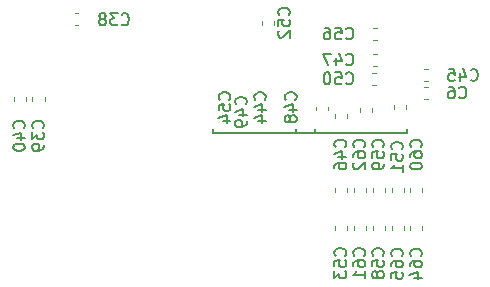
<source format=gbr>
G04 #@! TF.GenerationSoftware,KiCad,Pcbnew,5.0.1*
G04 #@! TF.CreationDate,2018-12-10T08:04:53+01:00*
G04 #@! TF.ProjectId,Kilsyth,4B696C737974682E6B696361645F7063,rev?*
G04 #@! TF.SameCoordinates,Original*
G04 #@! TF.FileFunction,Legend,Bot*
G04 #@! TF.FilePolarity,Positive*
%FSLAX46Y46*%
G04 Gerber Fmt 4.6, Leading zero omitted, Abs format (unit mm)*
G04 Created by KiCad (PCBNEW 5.0.1) date Mon 10 Dec 2018 08:04:53 AM CET*
%MOMM*%
%LPD*%
G01*
G04 APERTURE LIST*
%ADD10C,0.200000*%
%ADD11C,0.120000*%
%ADD12C,0.150000*%
G04 APERTURE END LIST*
D10*
X97800000Y-95800000D02*
X97800000Y-96200000D01*
X90800000Y-96200000D02*
X90800000Y-95800000D01*
X99400000Y-96200000D02*
X90800000Y-96200000D01*
X99400000Y-95800000D02*
X99400000Y-96200000D01*
X99400000Y-96200000D02*
X99400000Y-95800000D01*
X107200000Y-96200000D02*
X99400000Y-96200000D01*
X107200000Y-95800000D02*
X107200000Y-96200000D01*
D11*
G04 #@! TO.C,C6*
X108674721Y-92290000D02*
X109000279Y-92290000D01*
X108674721Y-93310000D02*
X109000279Y-93310000D01*
G04 #@! TO.C,C38*
X79049721Y-85990000D02*
X79375279Y-85990000D01*
X79049721Y-87010000D02*
X79375279Y-87010000D01*
G04 #@! TO.C,C39*
X75490000Y-93462779D02*
X75490000Y-93137221D01*
X76510000Y-93462779D02*
X76510000Y-93137221D01*
G04 #@! TO.C,C40*
X73940000Y-93462779D02*
X73940000Y-93137221D01*
X74960000Y-93462779D02*
X74960000Y-93137221D01*
G04 #@! TO.C,C44*
X104210000Y-94049721D02*
X104210000Y-94375279D01*
X103190000Y-94049721D02*
X103190000Y-94375279D01*
G04 #@! TO.C,C45*
X108674721Y-90790000D02*
X109000279Y-90790000D01*
X108674721Y-91810000D02*
X109000279Y-91810000D01*
G04 #@! TO.C,C46*
X102110000Y-100849721D02*
X102110000Y-101175279D01*
X101090000Y-100849721D02*
X101090000Y-101175279D01*
G04 #@! TO.C,C47*
X104337221Y-89490000D02*
X104662779Y-89490000D01*
X104337221Y-90510000D02*
X104662779Y-90510000D01*
G04 #@! TO.C,C48*
X107110000Y-93824721D02*
X107110000Y-94150279D01*
X106090000Y-93824721D02*
X106090000Y-94150279D01*
G04 #@! TO.C,C49*
X102110000Y-94549721D02*
X102110000Y-94875279D01*
X101090000Y-94549721D02*
X101090000Y-94875279D01*
G04 #@! TO.C,C50*
X104237221Y-91090000D02*
X104562779Y-91090000D01*
X104237221Y-92110000D02*
X104562779Y-92110000D01*
G04 #@! TO.C,C51*
X106910000Y-100837221D02*
X106910000Y-101162779D01*
X105890000Y-100837221D02*
X105890000Y-101162779D01*
G04 #@! TO.C,C53*
X101090000Y-104362779D02*
X101090000Y-104037221D01*
X102110000Y-104362779D02*
X102110000Y-104037221D01*
G04 #@! TO.C,C54*
X100510000Y-93937221D02*
X100510000Y-94262779D01*
X99490000Y-93937221D02*
X99490000Y-94262779D01*
G04 #@! TO.C,C56*
X104337221Y-87290000D02*
X104662779Y-87290000D01*
X104337221Y-88310000D02*
X104662779Y-88310000D01*
G04 #@! TO.C,C58*
X104290000Y-104362779D02*
X104290000Y-104037221D01*
X105310000Y-104362779D02*
X105310000Y-104037221D01*
G04 #@! TO.C,C59*
X105310000Y-100849721D02*
X105310000Y-101175279D01*
X104290000Y-100849721D02*
X104290000Y-101175279D01*
G04 #@! TO.C,C60*
X108510000Y-100837221D02*
X108510000Y-101162779D01*
X107490000Y-100837221D02*
X107490000Y-101162779D01*
G04 #@! TO.C,C52*
X94882240Y-86995219D02*
X94882240Y-86669661D01*
X95902240Y-86995219D02*
X95902240Y-86669661D01*
G04 #@! TO.C,C62*
X103710000Y-100837221D02*
X103710000Y-101162779D01*
X102690000Y-100837221D02*
X102690000Y-101162779D01*
G04 #@! TO.C,C64*
X107490000Y-104362779D02*
X107490000Y-104037221D01*
X108510000Y-104362779D02*
X108510000Y-104037221D01*
G04 #@! TO.C,C65*
X105890000Y-104362779D02*
X105890000Y-104037221D01*
X106910000Y-104362779D02*
X106910000Y-104037221D01*
G04 #@! TO.C,C61*
X102690000Y-104362779D02*
X102690000Y-104037221D01*
X103710000Y-104362779D02*
X103710000Y-104037221D01*
G04 #@! TO.C,C6*
D12*
X111616666Y-93157142D02*
X111664285Y-93204761D01*
X111807142Y-93252380D01*
X111902380Y-93252380D01*
X112045238Y-93204761D01*
X112140476Y-93109523D01*
X112188095Y-93014285D01*
X112235714Y-92823809D01*
X112235714Y-92680952D01*
X112188095Y-92490476D01*
X112140476Y-92395238D01*
X112045238Y-92300000D01*
X111902380Y-92252380D01*
X111807142Y-92252380D01*
X111664285Y-92300000D01*
X111616666Y-92347619D01*
X110759523Y-92252380D02*
X110950000Y-92252380D01*
X111045238Y-92300000D01*
X111092857Y-92347619D01*
X111188095Y-92490476D01*
X111235714Y-92680952D01*
X111235714Y-93061904D01*
X111188095Y-93157142D01*
X111140476Y-93204761D01*
X111045238Y-93252380D01*
X110854761Y-93252380D01*
X110759523Y-93204761D01*
X110711904Y-93157142D01*
X110664285Y-93061904D01*
X110664285Y-92823809D01*
X110711904Y-92728571D01*
X110759523Y-92680952D01*
X110854761Y-92633333D01*
X111045238Y-92633333D01*
X111140476Y-92680952D01*
X111188095Y-92728571D01*
X111235714Y-92823809D01*
G04 #@! TO.C,C38*
X83042857Y-86957142D02*
X83090476Y-87004761D01*
X83233333Y-87052380D01*
X83328571Y-87052380D01*
X83471428Y-87004761D01*
X83566666Y-86909523D01*
X83614285Y-86814285D01*
X83661904Y-86623809D01*
X83661904Y-86480952D01*
X83614285Y-86290476D01*
X83566666Y-86195238D01*
X83471428Y-86100000D01*
X83328571Y-86052380D01*
X83233333Y-86052380D01*
X83090476Y-86100000D01*
X83042857Y-86147619D01*
X82709523Y-86052380D02*
X82090476Y-86052380D01*
X82423809Y-86433333D01*
X82280952Y-86433333D01*
X82185714Y-86480952D01*
X82138095Y-86528571D01*
X82090476Y-86623809D01*
X82090476Y-86861904D01*
X82138095Y-86957142D01*
X82185714Y-87004761D01*
X82280952Y-87052380D01*
X82566666Y-87052380D01*
X82661904Y-87004761D01*
X82709523Y-86957142D01*
X81519047Y-86480952D02*
X81614285Y-86433333D01*
X81661904Y-86385714D01*
X81709523Y-86290476D01*
X81709523Y-86242857D01*
X81661904Y-86147619D01*
X81614285Y-86100000D01*
X81519047Y-86052380D01*
X81328571Y-86052380D01*
X81233333Y-86100000D01*
X81185714Y-86147619D01*
X81138095Y-86242857D01*
X81138095Y-86290476D01*
X81185714Y-86385714D01*
X81233333Y-86433333D01*
X81328571Y-86480952D01*
X81519047Y-86480952D01*
X81614285Y-86528571D01*
X81661904Y-86576190D01*
X81709523Y-86671428D01*
X81709523Y-86861904D01*
X81661904Y-86957142D01*
X81614285Y-87004761D01*
X81519047Y-87052380D01*
X81328571Y-87052380D01*
X81233333Y-87004761D01*
X81185714Y-86957142D01*
X81138095Y-86861904D01*
X81138095Y-86671428D01*
X81185714Y-86576190D01*
X81233333Y-86528571D01*
X81328571Y-86480952D01*
G04 #@! TO.C,C39*
X76357142Y-95757142D02*
X76404761Y-95709523D01*
X76452380Y-95566666D01*
X76452380Y-95471428D01*
X76404761Y-95328571D01*
X76309523Y-95233333D01*
X76214285Y-95185714D01*
X76023809Y-95138095D01*
X75880952Y-95138095D01*
X75690476Y-95185714D01*
X75595238Y-95233333D01*
X75500000Y-95328571D01*
X75452380Y-95471428D01*
X75452380Y-95566666D01*
X75500000Y-95709523D01*
X75547619Y-95757142D01*
X75452380Y-96090476D02*
X75452380Y-96709523D01*
X75833333Y-96376190D01*
X75833333Y-96519047D01*
X75880952Y-96614285D01*
X75928571Y-96661904D01*
X76023809Y-96709523D01*
X76261904Y-96709523D01*
X76357142Y-96661904D01*
X76404761Y-96614285D01*
X76452380Y-96519047D01*
X76452380Y-96233333D01*
X76404761Y-96138095D01*
X76357142Y-96090476D01*
X76452380Y-97185714D02*
X76452380Y-97376190D01*
X76404761Y-97471428D01*
X76357142Y-97519047D01*
X76214285Y-97614285D01*
X76023809Y-97661904D01*
X75642857Y-97661904D01*
X75547619Y-97614285D01*
X75500000Y-97566666D01*
X75452380Y-97471428D01*
X75452380Y-97280952D01*
X75500000Y-97185714D01*
X75547619Y-97138095D01*
X75642857Y-97090476D01*
X75880952Y-97090476D01*
X75976190Y-97138095D01*
X76023809Y-97185714D01*
X76071428Y-97280952D01*
X76071428Y-97471428D01*
X76023809Y-97566666D01*
X75976190Y-97614285D01*
X75880952Y-97661904D01*
G04 #@! TO.C,C40*
X74757142Y-95757142D02*
X74804761Y-95709523D01*
X74852380Y-95566666D01*
X74852380Y-95471428D01*
X74804761Y-95328571D01*
X74709523Y-95233333D01*
X74614285Y-95185714D01*
X74423809Y-95138095D01*
X74280952Y-95138095D01*
X74090476Y-95185714D01*
X73995238Y-95233333D01*
X73900000Y-95328571D01*
X73852380Y-95471428D01*
X73852380Y-95566666D01*
X73900000Y-95709523D01*
X73947619Y-95757142D01*
X74185714Y-96614285D02*
X74852380Y-96614285D01*
X73804761Y-96376190D02*
X74519047Y-96138095D01*
X74519047Y-96757142D01*
X73852380Y-97328571D02*
X73852380Y-97423809D01*
X73900000Y-97519047D01*
X73947619Y-97566666D01*
X74042857Y-97614285D01*
X74233333Y-97661904D01*
X74471428Y-97661904D01*
X74661904Y-97614285D01*
X74757142Y-97566666D01*
X74804761Y-97519047D01*
X74852380Y-97423809D01*
X74852380Y-97328571D01*
X74804761Y-97233333D01*
X74757142Y-97185714D01*
X74661904Y-97138095D01*
X74471428Y-97090476D01*
X74233333Y-97090476D01*
X74042857Y-97138095D01*
X73947619Y-97185714D01*
X73900000Y-97233333D01*
X73852380Y-97328571D01*
G04 #@! TO.C,C44*
X95157142Y-93357142D02*
X95204761Y-93309523D01*
X95252380Y-93166666D01*
X95252380Y-93071428D01*
X95204761Y-92928571D01*
X95109523Y-92833333D01*
X95014285Y-92785714D01*
X94823809Y-92738095D01*
X94680952Y-92738095D01*
X94490476Y-92785714D01*
X94395238Y-92833333D01*
X94300000Y-92928571D01*
X94252380Y-93071428D01*
X94252380Y-93166666D01*
X94300000Y-93309523D01*
X94347619Y-93357142D01*
X94585714Y-94214285D02*
X95252380Y-94214285D01*
X94204761Y-93976190D02*
X94919047Y-93738095D01*
X94919047Y-94357142D01*
X94585714Y-95166666D02*
X95252380Y-95166666D01*
X94204761Y-94928571D02*
X94919047Y-94690476D01*
X94919047Y-95309523D01*
G04 #@! TO.C,C45*
X112580357Y-91657142D02*
X112627976Y-91704761D01*
X112770833Y-91752380D01*
X112866071Y-91752380D01*
X113008928Y-91704761D01*
X113104166Y-91609523D01*
X113151785Y-91514285D01*
X113199404Y-91323809D01*
X113199404Y-91180952D01*
X113151785Y-90990476D01*
X113104166Y-90895238D01*
X113008928Y-90800000D01*
X112866071Y-90752380D01*
X112770833Y-90752380D01*
X112627976Y-90800000D01*
X112580357Y-90847619D01*
X111723214Y-91085714D02*
X111723214Y-91752380D01*
X111961309Y-90704761D02*
X112199404Y-91419047D01*
X111580357Y-91419047D01*
X110723214Y-90752380D02*
X111199404Y-90752380D01*
X111247023Y-91228571D01*
X111199404Y-91180952D01*
X111104166Y-91133333D01*
X110866071Y-91133333D01*
X110770833Y-91180952D01*
X110723214Y-91228571D01*
X110675595Y-91323809D01*
X110675595Y-91561904D01*
X110723214Y-91657142D01*
X110770833Y-91704761D01*
X110866071Y-91752380D01*
X111104166Y-91752380D01*
X111199404Y-91704761D01*
X111247023Y-91657142D01*
G04 #@! TO.C,C46*
X101957142Y-97357142D02*
X102004761Y-97309523D01*
X102052380Y-97166666D01*
X102052380Y-97071428D01*
X102004761Y-96928571D01*
X101909523Y-96833333D01*
X101814285Y-96785714D01*
X101623809Y-96738095D01*
X101480952Y-96738095D01*
X101290476Y-96785714D01*
X101195238Y-96833333D01*
X101100000Y-96928571D01*
X101052380Y-97071428D01*
X101052380Y-97166666D01*
X101100000Y-97309523D01*
X101147619Y-97357142D01*
X101385714Y-98214285D02*
X102052380Y-98214285D01*
X101004761Y-97976190D02*
X101719047Y-97738095D01*
X101719047Y-98357142D01*
X101052380Y-99166666D02*
X101052380Y-98976190D01*
X101100000Y-98880952D01*
X101147619Y-98833333D01*
X101290476Y-98738095D01*
X101480952Y-98690476D01*
X101861904Y-98690476D01*
X101957142Y-98738095D01*
X102004761Y-98785714D01*
X102052380Y-98880952D01*
X102052380Y-99071428D01*
X102004761Y-99166666D01*
X101957142Y-99214285D01*
X101861904Y-99261904D01*
X101623809Y-99261904D01*
X101528571Y-99214285D01*
X101480952Y-99166666D01*
X101433333Y-99071428D01*
X101433333Y-98880952D01*
X101480952Y-98785714D01*
X101528571Y-98738095D01*
X101623809Y-98690476D01*
G04 #@! TO.C,C47*
X102042857Y-90357142D02*
X102090476Y-90404761D01*
X102233333Y-90452380D01*
X102328571Y-90452380D01*
X102471428Y-90404761D01*
X102566666Y-90309523D01*
X102614285Y-90214285D01*
X102661904Y-90023809D01*
X102661904Y-89880952D01*
X102614285Y-89690476D01*
X102566666Y-89595238D01*
X102471428Y-89500000D01*
X102328571Y-89452380D01*
X102233333Y-89452380D01*
X102090476Y-89500000D01*
X102042857Y-89547619D01*
X101185714Y-89785714D02*
X101185714Y-90452380D01*
X101423809Y-89404761D02*
X101661904Y-90119047D01*
X101042857Y-90119047D01*
X100757142Y-89452380D02*
X100090476Y-89452380D01*
X100519047Y-90452380D01*
G04 #@! TO.C,C48*
X97757142Y-93357142D02*
X97804761Y-93309523D01*
X97852380Y-93166666D01*
X97852380Y-93071428D01*
X97804761Y-92928571D01*
X97709523Y-92833333D01*
X97614285Y-92785714D01*
X97423809Y-92738095D01*
X97280952Y-92738095D01*
X97090476Y-92785714D01*
X96995238Y-92833333D01*
X96900000Y-92928571D01*
X96852380Y-93071428D01*
X96852380Y-93166666D01*
X96900000Y-93309523D01*
X96947619Y-93357142D01*
X97185714Y-94214285D02*
X97852380Y-94214285D01*
X96804761Y-93976190D02*
X97519047Y-93738095D01*
X97519047Y-94357142D01*
X97280952Y-94880952D02*
X97233333Y-94785714D01*
X97185714Y-94738095D01*
X97090476Y-94690476D01*
X97042857Y-94690476D01*
X96947619Y-94738095D01*
X96900000Y-94785714D01*
X96852380Y-94880952D01*
X96852380Y-95071428D01*
X96900000Y-95166666D01*
X96947619Y-95214285D01*
X97042857Y-95261904D01*
X97090476Y-95261904D01*
X97185714Y-95214285D01*
X97233333Y-95166666D01*
X97280952Y-95071428D01*
X97280952Y-94880952D01*
X97328571Y-94785714D01*
X97376190Y-94738095D01*
X97471428Y-94690476D01*
X97661904Y-94690476D01*
X97757142Y-94738095D01*
X97804761Y-94785714D01*
X97852380Y-94880952D01*
X97852380Y-95071428D01*
X97804761Y-95166666D01*
X97757142Y-95214285D01*
X97661904Y-95261904D01*
X97471428Y-95261904D01*
X97376190Y-95214285D01*
X97328571Y-95166666D01*
X97280952Y-95071428D01*
G04 #@! TO.C,C49*
X93557142Y-93757142D02*
X93604761Y-93709523D01*
X93652380Y-93566666D01*
X93652380Y-93471428D01*
X93604761Y-93328571D01*
X93509523Y-93233333D01*
X93414285Y-93185714D01*
X93223809Y-93138095D01*
X93080952Y-93138095D01*
X92890476Y-93185714D01*
X92795238Y-93233333D01*
X92700000Y-93328571D01*
X92652380Y-93471428D01*
X92652380Y-93566666D01*
X92700000Y-93709523D01*
X92747619Y-93757142D01*
X92985714Y-94614285D02*
X93652380Y-94614285D01*
X92604761Y-94376190D02*
X93319047Y-94138095D01*
X93319047Y-94757142D01*
X93652380Y-95185714D02*
X93652380Y-95376190D01*
X93604761Y-95471428D01*
X93557142Y-95519047D01*
X93414285Y-95614285D01*
X93223809Y-95661904D01*
X92842857Y-95661904D01*
X92747619Y-95614285D01*
X92700000Y-95566666D01*
X92652380Y-95471428D01*
X92652380Y-95280952D01*
X92700000Y-95185714D01*
X92747619Y-95138095D01*
X92842857Y-95090476D01*
X93080952Y-95090476D01*
X93176190Y-95138095D01*
X93223809Y-95185714D01*
X93271428Y-95280952D01*
X93271428Y-95471428D01*
X93223809Y-95566666D01*
X93176190Y-95614285D01*
X93080952Y-95661904D01*
G04 #@! TO.C,C50*
X102042857Y-91957142D02*
X102090476Y-92004761D01*
X102233333Y-92052380D01*
X102328571Y-92052380D01*
X102471428Y-92004761D01*
X102566666Y-91909523D01*
X102614285Y-91814285D01*
X102661904Y-91623809D01*
X102661904Y-91480952D01*
X102614285Y-91290476D01*
X102566666Y-91195238D01*
X102471428Y-91100000D01*
X102328571Y-91052380D01*
X102233333Y-91052380D01*
X102090476Y-91100000D01*
X102042857Y-91147619D01*
X101138095Y-91052380D02*
X101614285Y-91052380D01*
X101661904Y-91528571D01*
X101614285Y-91480952D01*
X101519047Y-91433333D01*
X101280952Y-91433333D01*
X101185714Y-91480952D01*
X101138095Y-91528571D01*
X101090476Y-91623809D01*
X101090476Y-91861904D01*
X101138095Y-91957142D01*
X101185714Y-92004761D01*
X101280952Y-92052380D01*
X101519047Y-92052380D01*
X101614285Y-92004761D01*
X101661904Y-91957142D01*
X100471428Y-91052380D02*
X100376190Y-91052380D01*
X100280952Y-91100000D01*
X100233333Y-91147619D01*
X100185714Y-91242857D01*
X100138095Y-91433333D01*
X100138095Y-91671428D01*
X100185714Y-91861904D01*
X100233333Y-91957142D01*
X100280952Y-92004761D01*
X100376190Y-92052380D01*
X100471428Y-92052380D01*
X100566666Y-92004761D01*
X100614285Y-91957142D01*
X100661904Y-91861904D01*
X100709523Y-91671428D01*
X100709523Y-91433333D01*
X100661904Y-91242857D01*
X100614285Y-91147619D01*
X100566666Y-91100000D01*
X100471428Y-91052380D01*
G04 #@! TO.C,C51*
X106757142Y-97557142D02*
X106804761Y-97509523D01*
X106852380Y-97366666D01*
X106852380Y-97271428D01*
X106804761Y-97128571D01*
X106709523Y-97033333D01*
X106614285Y-96985714D01*
X106423809Y-96938095D01*
X106280952Y-96938095D01*
X106090476Y-96985714D01*
X105995238Y-97033333D01*
X105900000Y-97128571D01*
X105852380Y-97271428D01*
X105852380Y-97366666D01*
X105900000Y-97509523D01*
X105947619Y-97557142D01*
X105852380Y-98461904D02*
X105852380Y-97985714D01*
X106328571Y-97938095D01*
X106280952Y-97985714D01*
X106233333Y-98080952D01*
X106233333Y-98319047D01*
X106280952Y-98414285D01*
X106328571Y-98461904D01*
X106423809Y-98509523D01*
X106661904Y-98509523D01*
X106757142Y-98461904D01*
X106804761Y-98414285D01*
X106852380Y-98319047D01*
X106852380Y-98080952D01*
X106804761Y-97985714D01*
X106757142Y-97938095D01*
X106852380Y-99461904D02*
X106852380Y-98890476D01*
X106852380Y-99176190D02*
X105852380Y-99176190D01*
X105995238Y-99080952D01*
X106090476Y-98985714D01*
X106138095Y-98890476D01*
G04 #@! TO.C,C53*
X101957142Y-106557142D02*
X102004761Y-106509523D01*
X102052380Y-106366666D01*
X102052380Y-106271428D01*
X102004761Y-106128571D01*
X101909523Y-106033333D01*
X101814285Y-105985714D01*
X101623809Y-105938095D01*
X101480952Y-105938095D01*
X101290476Y-105985714D01*
X101195238Y-106033333D01*
X101100000Y-106128571D01*
X101052380Y-106271428D01*
X101052380Y-106366666D01*
X101100000Y-106509523D01*
X101147619Y-106557142D01*
X101052380Y-107461904D02*
X101052380Y-106985714D01*
X101528571Y-106938095D01*
X101480952Y-106985714D01*
X101433333Y-107080952D01*
X101433333Y-107319047D01*
X101480952Y-107414285D01*
X101528571Y-107461904D01*
X101623809Y-107509523D01*
X101861904Y-107509523D01*
X101957142Y-107461904D01*
X102004761Y-107414285D01*
X102052380Y-107319047D01*
X102052380Y-107080952D01*
X102004761Y-106985714D01*
X101957142Y-106938095D01*
X101052380Y-107842857D02*
X101052380Y-108461904D01*
X101433333Y-108128571D01*
X101433333Y-108271428D01*
X101480952Y-108366666D01*
X101528571Y-108414285D01*
X101623809Y-108461904D01*
X101861904Y-108461904D01*
X101957142Y-108414285D01*
X102004761Y-108366666D01*
X102052380Y-108271428D01*
X102052380Y-107985714D01*
X102004761Y-107890476D01*
X101957142Y-107842857D01*
G04 #@! TO.C,C54*
X92157142Y-93357142D02*
X92204761Y-93309523D01*
X92252380Y-93166666D01*
X92252380Y-93071428D01*
X92204761Y-92928571D01*
X92109523Y-92833333D01*
X92014285Y-92785714D01*
X91823809Y-92738095D01*
X91680952Y-92738095D01*
X91490476Y-92785714D01*
X91395238Y-92833333D01*
X91300000Y-92928571D01*
X91252380Y-93071428D01*
X91252380Y-93166666D01*
X91300000Y-93309523D01*
X91347619Y-93357142D01*
X91252380Y-94261904D02*
X91252380Y-93785714D01*
X91728571Y-93738095D01*
X91680952Y-93785714D01*
X91633333Y-93880952D01*
X91633333Y-94119047D01*
X91680952Y-94214285D01*
X91728571Y-94261904D01*
X91823809Y-94309523D01*
X92061904Y-94309523D01*
X92157142Y-94261904D01*
X92204761Y-94214285D01*
X92252380Y-94119047D01*
X92252380Y-93880952D01*
X92204761Y-93785714D01*
X92157142Y-93738095D01*
X91585714Y-95166666D02*
X92252380Y-95166666D01*
X91204761Y-94928571D02*
X91919047Y-94690476D01*
X91919047Y-95309523D01*
G04 #@! TO.C,C56*
X102042857Y-88157142D02*
X102090476Y-88204761D01*
X102233333Y-88252380D01*
X102328571Y-88252380D01*
X102471428Y-88204761D01*
X102566666Y-88109523D01*
X102614285Y-88014285D01*
X102661904Y-87823809D01*
X102661904Y-87680952D01*
X102614285Y-87490476D01*
X102566666Y-87395238D01*
X102471428Y-87300000D01*
X102328571Y-87252380D01*
X102233333Y-87252380D01*
X102090476Y-87300000D01*
X102042857Y-87347619D01*
X101138095Y-87252380D02*
X101614285Y-87252380D01*
X101661904Y-87728571D01*
X101614285Y-87680952D01*
X101519047Y-87633333D01*
X101280952Y-87633333D01*
X101185714Y-87680952D01*
X101138095Y-87728571D01*
X101090476Y-87823809D01*
X101090476Y-88061904D01*
X101138095Y-88157142D01*
X101185714Y-88204761D01*
X101280952Y-88252380D01*
X101519047Y-88252380D01*
X101614285Y-88204761D01*
X101661904Y-88157142D01*
X100233333Y-87252380D02*
X100423809Y-87252380D01*
X100519047Y-87300000D01*
X100566666Y-87347619D01*
X100661904Y-87490476D01*
X100709523Y-87680952D01*
X100709523Y-88061904D01*
X100661904Y-88157142D01*
X100614285Y-88204761D01*
X100519047Y-88252380D01*
X100328571Y-88252380D01*
X100233333Y-88204761D01*
X100185714Y-88157142D01*
X100138095Y-88061904D01*
X100138095Y-87823809D01*
X100185714Y-87728571D01*
X100233333Y-87680952D01*
X100328571Y-87633333D01*
X100519047Y-87633333D01*
X100614285Y-87680952D01*
X100661904Y-87728571D01*
X100709523Y-87823809D01*
G04 #@! TO.C,C58*
X105157142Y-106557142D02*
X105204761Y-106509523D01*
X105252380Y-106366666D01*
X105252380Y-106271428D01*
X105204761Y-106128571D01*
X105109523Y-106033333D01*
X105014285Y-105985714D01*
X104823809Y-105938095D01*
X104680952Y-105938095D01*
X104490476Y-105985714D01*
X104395238Y-106033333D01*
X104300000Y-106128571D01*
X104252380Y-106271428D01*
X104252380Y-106366666D01*
X104300000Y-106509523D01*
X104347619Y-106557142D01*
X104252380Y-107461904D02*
X104252380Y-106985714D01*
X104728571Y-106938095D01*
X104680952Y-106985714D01*
X104633333Y-107080952D01*
X104633333Y-107319047D01*
X104680952Y-107414285D01*
X104728571Y-107461904D01*
X104823809Y-107509523D01*
X105061904Y-107509523D01*
X105157142Y-107461904D01*
X105204761Y-107414285D01*
X105252380Y-107319047D01*
X105252380Y-107080952D01*
X105204761Y-106985714D01*
X105157142Y-106938095D01*
X104680952Y-108080952D02*
X104633333Y-107985714D01*
X104585714Y-107938095D01*
X104490476Y-107890476D01*
X104442857Y-107890476D01*
X104347619Y-107938095D01*
X104300000Y-107985714D01*
X104252380Y-108080952D01*
X104252380Y-108271428D01*
X104300000Y-108366666D01*
X104347619Y-108414285D01*
X104442857Y-108461904D01*
X104490476Y-108461904D01*
X104585714Y-108414285D01*
X104633333Y-108366666D01*
X104680952Y-108271428D01*
X104680952Y-108080952D01*
X104728571Y-107985714D01*
X104776190Y-107938095D01*
X104871428Y-107890476D01*
X105061904Y-107890476D01*
X105157142Y-107938095D01*
X105204761Y-107985714D01*
X105252380Y-108080952D01*
X105252380Y-108271428D01*
X105204761Y-108366666D01*
X105157142Y-108414285D01*
X105061904Y-108461904D01*
X104871428Y-108461904D01*
X104776190Y-108414285D01*
X104728571Y-108366666D01*
X104680952Y-108271428D01*
G04 #@! TO.C,C59*
X105157142Y-97357142D02*
X105204761Y-97309523D01*
X105252380Y-97166666D01*
X105252380Y-97071428D01*
X105204761Y-96928571D01*
X105109523Y-96833333D01*
X105014285Y-96785714D01*
X104823809Y-96738095D01*
X104680952Y-96738095D01*
X104490476Y-96785714D01*
X104395238Y-96833333D01*
X104300000Y-96928571D01*
X104252380Y-97071428D01*
X104252380Y-97166666D01*
X104300000Y-97309523D01*
X104347619Y-97357142D01*
X104252380Y-98261904D02*
X104252380Y-97785714D01*
X104728571Y-97738095D01*
X104680952Y-97785714D01*
X104633333Y-97880952D01*
X104633333Y-98119047D01*
X104680952Y-98214285D01*
X104728571Y-98261904D01*
X104823809Y-98309523D01*
X105061904Y-98309523D01*
X105157142Y-98261904D01*
X105204761Y-98214285D01*
X105252380Y-98119047D01*
X105252380Y-97880952D01*
X105204761Y-97785714D01*
X105157142Y-97738095D01*
X105252380Y-98785714D02*
X105252380Y-98976190D01*
X105204761Y-99071428D01*
X105157142Y-99119047D01*
X105014285Y-99214285D01*
X104823809Y-99261904D01*
X104442857Y-99261904D01*
X104347619Y-99214285D01*
X104300000Y-99166666D01*
X104252380Y-99071428D01*
X104252380Y-98880952D01*
X104300000Y-98785714D01*
X104347619Y-98738095D01*
X104442857Y-98690476D01*
X104680952Y-98690476D01*
X104776190Y-98738095D01*
X104823809Y-98785714D01*
X104871428Y-98880952D01*
X104871428Y-99071428D01*
X104823809Y-99166666D01*
X104776190Y-99214285D01*
X104680952Y-99261904D01*
G04 #@! TO.C,C60*
X108357142Y-97357142D02*
X108404761Y-97309523D01*
X108452380Y-97166666D01*
X108452380Y-97071428D01*
X108404761Y-96928571D01*
X108309523Y-96833333D01*
X108214285Y-96785714D01*
X108023809Y-96738095D01*
X107880952Y-96738095D01*
X107690476Y-96785714D01*
X107595238Y-96833333D01*
X107500000Y-96928571D01*
X107452380Y-97071428D01*
X107452380Y-97166666D01*
X107500000Y-97309523D01*
X107547619Y-97357142D01*
X107452380Y-98214285D02*
X107452380Y-98023809D01*
X107500000Y-97928571D01*
X107547619Y-97880952D01*
X107690476Y-97785714D01*
X107880952Y-97738095D01*
X108261904Y-97738095D01*
X108357142Y-97785714D01*
X108404761Y-97833333D01*
X108452380Y-97928571D01*
X108452380Y-98119047D01*
X108404761Y-98214285D01*
X108357142Y-98261904D01*
X108261904Y-98309523D01*
X108023809Y-98309523D01*
X107928571Y-98261904D01*
X107880952Y-98214285D01*
X107833333Y-98119047D01*
X107833333Y-97928571D01*
X107880952Y-97833333D01*
X107928571Y-97785714D01*
X108023809Y-97738095D01*
X107452380Y-98928571D02*
X107452380Y-99023809D01*
X107500000Y-99119047D01*
X107547619Y-99166666D01*
X107642857Y-99214285D01*
X107833333Y-99261904D01*
X108071428Y-99261904D01*
X108261904Y-99214285D01*
X108357142Y-99166666D01*
X108404761Y-99119047D01*
X108452380Y-99023809D01*
X108452380Y-98928571D01*
X108404761Y-98833333D01*
X108357142Y-98785714D01*
X108261904Y-98738095D01*
X108071428Y-98690476D01*
X107833333Y-98690476D01*
X107642857Y-98738095D01*
X107547619Y-98785714D01*
X107500000Y-98833333D01*
X107452380Y-98928571D01*
G04 #@! TO.C,C52*
X97179382Y-86189582D02*
X97227001Y-86141963D01*
X97274620Y-85999106D01*
X97274620Y-85903868D01*
X97227001Y-85761011D01*
X97131763Y-85665773D01*
X97036525Y-85618154D01*
X96846049Y-85570535D01*
X96703192Y-85570535D01*
X96512716Y-85618154D01*
X96417478Y-85665773D01*
X96322240Y-85761011D01*
X96274620Y-85903868D01*
X96274620Y-85999106D01*
X96322240Y-86141963D01*
X96369859Y-86189582D01*
X96274620Y-87094344D02*
X96274620Y-86618154D01*
X96750811Y-86570535D01*
X96703192Y-86618154D01*
X96655573Y-86713392D01*
X96655573Y-86951487D01*
X96703192Y-87046725D01*
X96750811Y-87094344D01*
X96846049Y-87141963D01*
X97084144Y-87141963D01*
X97179382Y-87094344D01*
X97227001Y-87046725D01*
X97274620Y-86951487D01*
X97274620Y-86713392D01*
X97227001Y-86618154D01*
X97179382Y-86570535D01*
X96369859Y-87522916D02*
X96322240Y-87570535D01*
X96274620Y-87665773D01*
X96274620Y-87903868D01*
X96322240Y-87999106D01*
X96369859Y-88046725D01*
X96465097Y-88094344D01*
X96560335Y-88094344D01*
X96703192Y-88046725D01*
X97274620Y-87475297D01*
X97274620Y-88094344D01*
G04 #@! TO.C,C62*
X103557142Y-97357142D02*
X103604761Y-97309523D01*
X103652380Y-97166666D01*
X103652380Y-97071428D01*
X103604761Y-96928571D01*
X103509523Y-96833333D01*
X103414285Y-96785714D01*
X103223809Y-96738095D01*
X103080952Y-96738095D01*
X102890476Y-96785714D01*
X102795238Y-96833333D01*
X102700000Y-96928571D01*
X102652380Y-97071428D01*
X102652380Y-97166666D01*
X102700000Y-97309523D01*
X102747619Y-97357142D01*
X102652380Y-98214285D02*
X102652380Y-98023809D01*
X102700000Y-97928571D01*
X102747619Y-97880952D01*
X102890476Y-97785714D01*
X103080952Y-97738095D01*
X103461904Y-97738095D01*
X103557142Y-97785714D01*
X103604761Y-97833333D01*
X103652380Y-97928571D01*
X103652380Y-98119047D01*
X103604761Y-98214285D01*
X103557142Y-98261904D01*
X103461904Y-98309523D01*
X103223809Y-98309523D01*
X103128571Y-98261904D01*
X103080952Y-98214285D01*
X103033333Y-98119047D01*
X103033333Y-97928571D01*
X103080952Y-97833333D01*
X103128571Y-97785714D01*
X103223809Y-97738095D01*
X102747619Y-98690476D02*
X102700000Y-98738095D01*
X102652380Y-98833333D01*
X102652380Y-99071428D01*
X102700000Y-99166666D01*
X102747619Y-99214285D01*
X102842857Y-99261904D01*
X102938095Y-99261904D01*
X103080952Y-99214285D01*
X103652380Y-98642857D01*
X103652380Y-99261904D01*
G04 #@! TO.C,C64*
X108357142Y-106607142D02*
X108404761Y-106559523D01*
X108452380Y-106416666D01*
X108452380Y-106321428D01*
X108404761Y-106178571D01*
X108309523Y-106083333D01*
X108214285Y-106035714D01*
X108023809Y-105988095D01*
X107880952Y-105988095D01*
X107690476Y-106035714D01*
X107595238Y-106083333D01*
X107500000Y-106178571D01*
X107452380Y-106321428D01*
X107452380Y-106416666D01*
X107500000Y-106559523D01*
X107547619Y-106607142D01*
X107452380Y-107464285D02*
X107452380Y-107273809D01*
X107500000Y-107178571D01*
X107547619Y-107130952D01*
X107690476Y-107035714D01*
X107880952Y-106988095D01*
X108261904Y-106988095D01*
X108357142Y-107035714D01*
X108404761Y-107083333D01*
X108452380Y-107178571D01*
X108452380Y-107369047D01*
X108404761Y-107464285D01*
X108357142Y-107511904D01*
X108261904Y-107559523D01*
X108023809Y-107559523D01*
X107928571Y-107511904D01*
X107880952Y-107464285D01*
X107833333Y-107369047D01*
X107833333Y-107178571D01*
X107880952Y-107083333D01*
X107928571Y-107035714D01*
X108023809Y-106988095D01*
X107785714Y-108416666D02*
X108452380Y-108416666D01*
X107404761Y-108178571D02*
X108119047Y-107940476D01*
X108119047Y-108559523D01*
G04 #@! TO.C,C65*
X106757142Y-106607142D02*
X106804761Y-106559523D01*
X106852380Y-106416666D01*
X106852380Y-106321428D01*
X106804761Y-106178571D01*
X106709523Y-106083333D01*
X106614285Y-106035714D01*
X106423809Y-105988095D01*
X106280952Y-105988095D01*
X106090476Y-106035714D01*
X105995238Y-106083333D01*
X105900000Y-106178571D01*
X105852380Y-106321428D01*
X105852380Y-106416666D01*
X105900000Y-106559523D01*
X105947619Y-106607142D01*
X105852380Y-107464285D02*
X105852380Y-107273809D01*
X105900000Y-107178571D01*
X105947619Y-107130952D01*
X106090476Y-107035714D01*
X106280952Y-106988095D01*
X106661904Y-106988095D01*
X106757142Y-107035714D01*
X106804761Y-107083333D01*
X106852380Y-107178571D01*
X106852380Y-107369047D01*
X106804761Y-107464285D01*
X106757142Y-107511904D01*
X106661904Y-107559523D01*
X106423809Y-107559523D01*
X106328571Y-107511904D01*
X106280952Y-107464285D01*
X106233333Y-107369047D01*
X106233333Y-107178571D01*
X106280952Y-107083333D01*
X106328571Y-107035714D01*
X106423809Y-106988095D01*
X105852380Y-108464285D02*
X105852380Y-107988095D01*
X106328571Y-107940476D01*
X106280952Y-107988095D01*
X106233333Y-108083333D01*
X106233333Y-108321428D01*
X106280952Y-108416666D01*
X106328571Y-108464285D01*
X106423809Y-108511904D01*
X106661904Y-108511904D01*
X106757142Y-108464285D01*
X106804761Y-108416666D01*
X106852380Y-108321428D01*
X106852380Y-108083333D01*
X106804761Y-107988095D01*
X106757142Y-107940476D01*
G04 #@! TO.C,C61*
X103557142Y-106557142D02*
X103604761Y-106509523D01*
X103652380Y-106366666D01*
X103652380Y-106271428D01*
X103604761Y-106128571D01*
X103509523Y-106033333D01*
X103414285Y-105985714D01*
X103223809Y-105938095D01*
X103080952Y-105938095D01*
X102890476Y-105985714D01*
X102795238Y-106033333D01*
X102700000Y-106128571D01*
X102652380Y-106271428D01*
X102652380Y-106366666D01*
X102700000Y-106509523D01*
X102747619Y-106557142D01*
X102652380Y-107414285D02*
X102652380Y-107223809D01*
X102700000Y-107128571D01*
X102747619Y-107080952D01*
X102890476Y-106985714D01*
X103080952Y-106938095D01*
X103461904Y-106938095D01*
X103557142Y-106985714D01*
X103604761Y-107033333D01*
X103652380Y-107128571D01*
X103652380Y-107319047D01*
X103604761Y-107414285D01*
X103557142Y-107461904D01*
X103461904Y-107509523D01*
X103223809Y-107509523D01*
X103128571Y-107461904D01*
X103080952Y-107414285D01*
X103033333Y-107319047D01*
X103033333Y-107128571D01*
X103080952Y-107033333D01*
X103128571Y-106985714D01*
X103223809Y-106938095D01*
X103652380Y-108461904D02*
X103652380Y-107890476D01*
X103652380Y-108176190D02*
X102652380Y-108176190D01*
X102795238Y-108080952D01*
X102890476Y-107985714D01*
X102938095Y-107890476D01*
G04 #@! TD*
M02*

</source>
